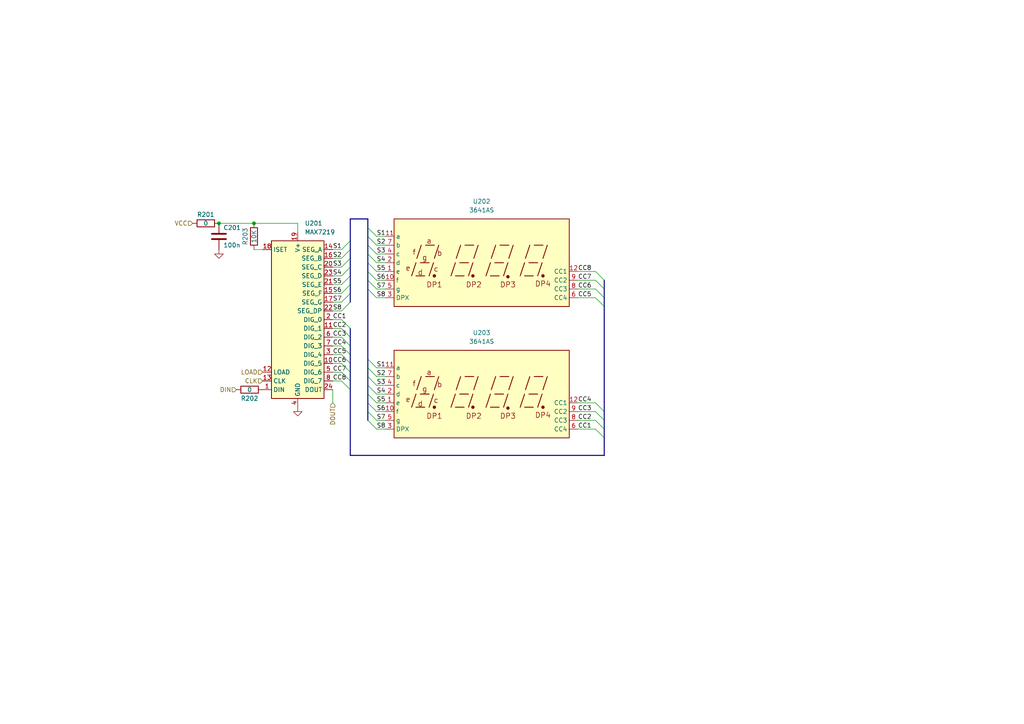
<source format=kicad_sch>
(kicad_sch (version 20211123) (generator eeschema)
  (paper "A4")
  (title_block (title "DZF-6020-UV-power-addon / UI board") (date "2024-09-10") (rev "1.0"))
  (lib_symbols
    (symbol "Device:C" (pin_numbers hide) (pin_names (offset 0.254))
      (property "Reference" "C" (at 0.635 2.54 0))
      (property "Value" "C" (at 0.635 -2.54 0))
      (symbol "C_0_1"
        (polyline (pts (xy -2.032 -0.762) (xy 2.032 -0.762)) (stroke (width 0.508)))
        (polyline (pts (xy -2.032 0.762) (xy 2.032 0.762)) (stroke (width 0.508)))
      )
      (symbol "C_1_1"
        (pin passive line (at 0 3.81 270) (length 2.794) (name "~") (number "1"))
        (pin passive line (at 0 -3.81 90) (length 2.794) (name "~") (number "2"))
      )
    )
    (symbol "Device:R" (pin_numbers hide) (pin_names (offset 0))
      (property "Reference" "R" (at 2.032 0 90))
      (property "Value" "R" (at 0 0 90))
      (symbol "R_0_1"
        (rectangle (start -1.016 -2.54) (end 1.016 2.54) (stroke (width 0.254)))
      )
      (symbol "R_1_1"
        (pin passive line (at 0 3.81 270) (length 1.27) (name "~") (number "1"))
        (pin passive line (at 0 -3.81 90) (length 1.27) (name "~") (number "2"))
      )
    )
    (symbol "Display_Character:CC56-12EWA"
      (property "Reference" "U" (at -24.13 13.97 0))
      (property "Value" "CC56-12EWA" (at 19.05 13.97 0))
      (symbol "CC56-12EWA_0_0"
        (rectangle (start -25.4 12.7) (end 25.4 -12.7) (stroke (width 0.254)) (fill (type background)))
        (polyline (pts (xy -20.32 -3.81) (xy -19.05 0)) (stroke (width 0.254)))
        (polyline (pts (xy -19.05 -3.81) (xy -16.51 -3.81)) (stroke (width 0.254)))
        (polyline (pts (xy -18.796 1.27) (xy -17.526 5.08)) (stroke (width 0.254)))
        (polyline (pts (xy -17.78 0) (xy -15.24 0)) (stroke (width 0.254)))
        (polyline (pts (xy -16.256 5.08) (xy -13.716 5.08)) (stroke (width 0.254)))
        (polyline (pts (xy -15.24 -3.81) (xy -13.97 0)) (stroke (width 0.254)))
        (polyline (pts (xy -13.716 1.27) (xy -12.446 5.08)) (stroke (width 0.254)))
        (polyline (pts (xy -8.89 -3.81) (xy -7.62 0)) (stroke (width 0.254)))
        (polyline (pts (xy -7.62 -3.81) (xy -5.08 -3.81)) (stroke (width 0.254)))
        (polyline (pts (xy -7.366 1.27) (xy -6.096 5.08)) (stroke (width 0.254)))
        (polyline (pts (xy -6.35 0) (xy -3.81 0)) (stroke (width 0.254)))
        (polyline (pts (xy -4.826 5.08) (xy -2.286 5.08)) (stroke (width 0.254)))
        (polyline (pts (xy -3.81 -3.81) (xy -2.54 0)) (stroke (width 0.254)))
        (polyline (pts (xy -2.286 1.27) (xy -1.016 5.08)) (stroke (width 0.254)))
        (polyline (pts (xy 1.27 -3.81) (xy 2.54 0)) (stroke (width 0.254)))
        (polyline (pts (xy 2.54 -3.81) (xy 5.08 -3.81)) (stroke (width 0.254)))
        (polyline (pts (xy 2.794 1.27) (xy 4.064 5.08)) (stroke (width 0.254)))
        (polyline (pts (xy 3.81 0) (xy 6.35 0)) (stroke (width 0.254)))
        (polyline (pts (xy 5.334 5.08) (xy 7.874 5.08)) (stroke (width 0.254)))
        (polyline (pts (xy 6.35 -3.81) (xy 7.62 0)) (stroke (width 0.254)))
        (polyline (pts (xy 7.874 1.27) (xy 9.144 5.08)) (stroke (width 0.254)))
        (polyline (pts (xy 11.176 -3.81) (xy 12.446 0)) (stroke (width 0.254)))
        (polyline (pts (xy 12.446 -3.81) (xy 14.986 -3.81)) (stroke (width 0.254)))
        (polyline (pts (xy 12.7 1.27) (xy 13.97 5.08)) (stroke (width 0.254)))
        (polyline (pts (xy 13.716 0) (xy 16.256 0)) (stroke (width 0.254)))
        (polyline (pts (xy 15.24 5.08) (xy 17.78 5.08)) (stroke (width 0.254)))
        (polyline (pts (xy 16.256 -3.81) (xy 17.526 0)) (stroke (width 0.254)))
        (polyline (pts (xy 17.78 1.27) (xy 19.05 5.08)) (stroke (width 0.254)))
        (text "a" (at -15.24 6.35 0) (effects (font (size 1.524 1.524))))
        (text "b" (at -12.192 2.794 0) (effects (font (size 1.524 1.524))))
        (text "c" (at -13.208 -1.778 0) (effects (font (size 1.524 1.524))))
        (text "d" (at -17.78 -2.794 0) (effects (font (size 1.524 1.524))))
        (text "DP1" (at -13.716 -6.35 0) (effects (font (size 1.524 1.524))))
        (text "DP2" (at -2.286 -6.35 0) (effects (font (size 1.524 1.524))))
        (text "DP3" (at 7.62 -6.35 0) (effects (font (size 1.524 1.524))))
        (text "DP4" (at 17.78 -6.096 0) (effects (font (size 1.524 1.524))))
        (text "e" (at -21.336 -1.524 0) (effects (font (size 1.524 1.524))))
        (text "f" (at -19.558 3.048 0) (effects (font (size 1.524 1.524))))
        (text "g" (at -16.51 1.524 0) (effects (font (size 1.524 1.524))))
      )
      (symbol "CC56-12EWA_0_1"
        (circle (center -13.716 -3.81) (radius 0.3556) (stroke (width 0.254)) (fill (type outline)))
        (circle (center -2.54 -3.81) (radius 0.3556) (stroke (width 0.254)) (fill (type outline)))
      )
      (symbol "CC56-12EWA_1_0"
        (circle (center 7.62 -4.064) (radius 0.3556) (stroke (width 0.254)) (fill (type outline)))
        (circle (center 17.78 -3.81) (radius 0.3556) (stroke (width 0.254)) (fill (type outline)))
      )
      (symbol "CC56-12EWA_1_1"
        (pin input line (at -27.94 -2.54 0) (length 2.54) (name "e") (number "1"))
        (pin input line (at -27.94 -5.08 0) (length 2.54) (name "f") (number "10"))
        (pin input line (at -27.94 7.62 0) (length 2.54) (name "a") (number "11"))
        (pin input line (at 27.94 -2.54 180) (length 2.54) (name "CC1") (number "12"))
        (pin input line (at -27.94 0 0) (length 2.54) (name "d") (number "2"))
        (pin input line (at -27.94 -10.16 0) (length 2.54) (name "DPX") (number "3"))
        (pin input line (at -27.94 2.54 0) (length 2.54) (name "c") (number "4"))
        (pin input line (at -27.94 -7.62 0) (length 2.54) (name "g") (number "5"))
        (pin input line (at 27.94 -10.16 180) (length 2.54) (name "CC4") (number "6"))
        (pin input line (at -27.94 5.08 0) (length 2.54) (name "b") (number "7"))
        (pin input line (at 27.94 -7.62 180) (length 2.54) (name "CC3") (number "8"))
        (pin input line (at 27.94 -5.08 180) (length 2.54) (name "CC2") (number "9"))
      )
    )
    (symbol "Driver_LED:MAX7219"
      (property "Reference" "U" (at -6.35 24.13 0))
      (property "Value" "MAX7219" (at 1.27 25.4 0))
      (symbol "MAX7219_0_1"
        (rectangle (start -7.62 22.86) (end 7.62 -22.86) (stroke (width 0.254)) (fill (type background)))
      )
      (symbol "MAX7219_1_1"
        (pin input line (at -10.16 -20.32 0) (length 2.54) (name "DIN") (number "1"))
        (pin output line (at 10.16 -12.7 180) (length 2.54) (name "DIG_5") (number "10"))
        (pin output line (at 10.16 -2.54 180) (length 2.54) (name "DIG_1") (number "11"))
        (pin input line (at -10.16 -15.24 0) (length 2.54) (name "LOAD") (number "12"))
        (pin input line (at -10.16 -17.78 0) (length 2.54) (name "CLK") (number "13"))
        (pin output line (at 10.16 20.32 180) (length 2.54) (name "SEG_A") (number "14"))
        (pin output line (at 10.16 7.62 180) (length 2.54) (name "SEG_F") (number "15"))
        (pin output line (at 10.16 17.78 180) (length 2.54) (name "SEG_B") (number "16"))
        (pin output line (at 10.16 5.08 180) (length 2.54) (name "SEG_G") (number "17"))
        (pin input line (at -10.16 20.32 0) (length 2.54) (name "ISET") (number "18"))
        (pin power_in line (at 0 25.4 270) (length 2.54) (name "V+") (number "19"))
        (pin output line (at 10.16 0 180) (length 2.54) (name "DIG_0") (number "2"))
        (pin output line (at 10.16 15.24 180) (length 2.54) (name "SEG_C") (number "20"))
        (pin output line (at 10.16 10.16 180) (length 2.54) (name "SEG_E") (number "21"))
        (pin output line (at 10.16 2.54 180) (length 2.54) (name "SEG_DP") (number "22"))
        (pin output line (at 10.16 12.7 180) (length 2.54) (name "SEG_D") (number "23"))
        (pin output line (at 10.16 -20.32 180) (length 2.54) (name "DOUT") (number "24"))
        (pin output line (at 10.16 -10.16 180) (length 2.54) (name "DIG_4") (number "3"))
        (pin power_in line (at 0 -25.4 90) (length 2.54) (name "GND") (number "4"))
        (pin output line (at 10.16 -15.24 180) (length 2.54) (name "DIG_6") (number "5"))
        (pin output line (at 10.16 -5.08 180) (length 2.54) (name "DIG_2") (number "6"))
        (pin output line (at 10.16 -7.62 180) (length 2.54) (name "DIG_3") (number "7"))
        (pin output line (at 10.16 -17.78 180) (length 2.54) (name "DIG_7") (number "8"))
        (pin passive line (at 0 -25.4 90) (length 2.54) hide (name "GND") (number "9"))
      )
    )
    (symbol "power:GND" (power) (pin_numbers hide) (pin_names (offset 0) hide)
      (property "Value" "GND" (at 0 -3.81 0))
      (symbol "GND_0_1"
        (polyline (pts (xy 0 0) (xy 0 -1.27) (xy 1.27 -1.27) (xy 0 -2.54) (xy -1.27 -1.27) (xy 0 -1.27)))
      )
      (symbol "GND_1_1"
        (pin power_in line (at 0 0 270) (length 0) hide (name "GND") (number "1"))
      )
    )
  )
  (junction (at 73.66 64.77))
  (junction (at 63.5 64.77))
  (bus_entry (at 109.22 121.92) (size -2.54 -2.54))
  (bus_entry (at 99.06 95.25) (size 2.54 2.54))
  (bus_entry (at 172.72 119.38) (size 2.54 2.54))
  (bus_entry (at 109.22 119.38) (size -2.54 -2.54))
  (bus_entry (at 99.06 92.71) (size 2.54 2.54))
  (bus_entry (at 172.72 81.28) (size 2.54 2.54))
  (bus_entry (at 109.22 76.2) (size -2.54 -2.54))
  (bus_entry (at 99.06 110.49) (size 2.54 2.54))
  (bus_entry (at 109.22 111.76) (size -2.54 -2.54))
  (bus_entry (at 172.72 121.92) (size 2.54 2.54))
  (bus_entry (at 109.22 114.3) (size -2.54 -2.54))
  (bus_entry (at 109.22 106.68) (size -2.54 -2.54))
  (bus_entry (at 101.6 82.55) (size -2.54 2.54))
  (bus_entry (at 172.72 83.82) (size 2.54 2.54))
  (bus_entry (at 109.22 116.84) (size -2.54 -2.54))
  (bus_entry (at 99.06 105.41) (size 2.54 2.54))
  (bus_entry (at 109.22 86.36) (size -2.54 -2.54))
  (bus_entry (at 99.06 102.87) (size 2.54 2.54))
  (bus_entry (at 99.06 97.79) (size 2.54 2.54))
  (bus_entry (at 172.72 78.74) (size 2.54 2.54))
  (bus_entry (at 101.6 69.85) (size -2.54 2.54))
  (bus_entry (at 101.6 72.39) (size -2.54 2.54))
  (bus_entry (at 172.72 124.46) (size 2.54 2.54))
  (bus_entry (at 109.22 109.22) (size -2.54 -2.54))
  (bus_entry (at 109.22 73.66) (size -2.54 -2.54))
  (bus_entry (at 101.6 77.47) (size -2.54 2.54))
  (bus_entry (at 172.72 86.36) (size 2.54 2.54))
  (bus_entry (at 109.22 78.74) (size -2.54 -2.54))
  (bus_entry (at 109.22 71.12) (size -2.54 -2.54))
  (bus_entry (at 109.22 124.46) (size -2.54 -2.54))
  (bus_entry (at 109.22 81.28) (size -2.54 -2.54))
  (bus_entry (at 99.06 100.33) (size 2.54 2.54))
  (bus_entry (at 99.06 107.95) (size 2.54 2.54))
  (bus_entry (at 101.6 85.09) (size -2.54 2.54))
  (bus_entry (at 101.6 74.93) (size -2.54 2.54))
  (bus_entry (at 109.22 83.82) (size -2.54 -2.54))
  (bus_entry (at 101.6 80.01) (size -2.54 2.54))
  (bus_entry (at 101.6 87.63) (size -2.54 2.54))
  (bus_entry (at 172.72 116.84) (size 2.54 2.54))
  (bus_entry (at 109.22 68.58) (size -2.54 -2.54))
  (bus (pts (xy 106.68 68.58) (xy 106.68 71.12)))
  (wire (pts (xy 109.22 78.74) (xy 111.76 78.74)))
  (wire (pts (xy 96.52 85.09) (xy 99.06 85.09)))
  (bus (pts (xy 106.68 116.84) (xy 106.68 119.38)))
  (wire (pts (xy 96.52 113.03) (xy 96.52 116.84)))
  (wire (pts (xy 109.22 71.12) (xy 111.76 71.12)))
  (bus (pts (xy 175.26 119.38) (xy 175.26 121.92)))
  (bus (pts (xy 101.6 85.09) (xy 101.6 82.55)))
  (wire (pts (xy 73.66 72.39) (xy 76.2 72.39)))
  (wire (pts (xy 109.22 73.66) (xy 111.76 73.66)))
  (bus (pts (xy 101.6 87.63) (xy 101.6 85.09)))
  (wire (pts (xy 96.52 102.87) (xy 99.06 102.87)))
  (wire (pts (xy 96.52 95.25) (xy 99.06 95.25)))
  (wire (pts (xy 96.52 107.95) (xy 99.06 107.95)))
  (bus (pts (xy 101.6 97.79) (xy 101.6 100.33)))
  (wire (pts (xy 96.52 92.71) (xy 99.06 92.71)))
  (wire (pts (xy 109.22 76.2) (xy 111.76 76.2)))
  (bus (pts (xy 175.26 124.46) (xy 175.26 127)))
  (wire (pts (xy 109.22 86.36) (xy 111.76 86.36)))
  (bus (pts (xy 101.6 63.5) (xy 106.68 63.5)))
  (bus (pts (xy 106.68 63.5) (xy 106.68 66.04)))
  (wire (pts (xy 109.22 83.82) (xy 111.76 83.82)))
  (wire (pts (xy 63.5 64.77) (xy 73.66 64.77)))
  (bus (pts (xy 101.6 107.95) (xy 101.6 110.49)))
  (bus (pts (xy 101.6 100.33) (xy 101.6 102.87)))
  (bus (pts (xy 101.6 102.87) (xy 101.6 105.41)))
  (wire (pts (xy 109.22 81.28) (xy 111.76 81.28)))
  (wire (pts (xy 86.36 64.77) (xy 86.36 67.31)))
  (bus (pts (xy 106.68 83.82) (xy 106.68 104.14)))
  (wire (pts (xy 167.64 124.46) (xy 172.72 124.46)))
  (bus (pts (xy 101.6 80.01) (xy 101.6 77.47)))
  (bus (pts (xy 101.6 82.55) (xy 101.6 80.01)))
  (bus (pts (xy 106.68 109.22) (xy 106.68 111.76)))
  (bus (pts (xy 106.68 71.12) (xy 106.68 73.66)))
  (wire (pts (xy 96.52 72.39) (xy 99.06 72.39)))
  (bus (pts (xy 106.68 78.74) (xy 106.68 81.28)))
  (wire (pts (xy 109.22 106.68) (xy 111.76 106.68)))
  (bus (pts (xy 175.26 81.28) (xy 175.26 83.82)))
  (wire (pts (xy 96.52 87.63) (xy 99.06 87.63)))
  (wire (pts (xy 109.22 119.38) (xy 111.76 119.38)))
  (bus (pts (xy 101.6 74.93) (xy 101.6 72.39)))
  (wire (pts (xy 96.52 110.49) (xy 99.06 110.49)))
  (bus (pts (xy 106.68 111.76) (xy 106.68 114.3)))
  (wire (pts (xy 96.52 80.01) (xy 99.06 80.01)))
  (wire (pts (xy 96.52 97.79) (xy 99.06 97.79)))
  (bus (pts (xy 101.6 95.25) (xy 101.6 97.79)))
  (wire (pts (xy 167.64 119.38) (xy 172.72 119.38)))
  (bus (pts (xy 106.68 104.14) (xy 106.68 106.68)))
  (wire (pts (xy 167.64 116.84) (xy 172.72 116.84)))
  (bus (pts (xy 106.68 106.68) (xy 106.68 109.22)))
  (bus (pts (xy 101.6 77.47) (xy 101.6 74.93)))
  (bus (pts (xy 106.68 73.66) (xy 106.68 76.2)))
  (wire (pts (xy 167.64 121.92) (xy 172.72 121.92)))
  (bus (pts (xy 101.6 72.39) (xy 101.6 69.85)))
  (wire (pts (xy 167.64 83.82) (xy 172.72 83.82)))
  (wire (pts (xy 109.22 124.46) (xy 111.76 124.46)))
  (bus (pts (xy 106.68 119.38) (xy 106.68 121.92)))
  (bus (pts (xy 106.68 114.3) (xy 106.68 116.84)))
  (wire (pts (xy 96.52 74.93) (xy 99.06 74.93)))
  (wire (pts (xy 109.22 114.3) (xy 111.76 114.3)))
  (wire (pts (xy 109.22 109.22) (xy 111.76 109.22)))
  (bus (pts (xy 175.26 121.92) (xy 175.26 124.46)))
  (wire (pts (xy 96.52 82.55) (xy 99.06 82.55)))
  (wire (pts (xy 167.64 86.36) (xy 172.72 86.36)))
  (wire (pts (xy 109.22 116.84) (xy 111.76 116.84)))
  (bus (pts (xy 101.6 69.85) (xy 101.6 63.5)))
  (wire (pts (xy 96.52 90.17) (xy 99.06 90.17)))
  (bus (pts (xy 175.26 83.82) (xy 175.26 86.36)))
  (wire (pts (xy 167.64 81.28) (xy 172.72 81.28)))
  (wire (pts (xy 96.52 100.33) (xy 99.06 100.33)))
  (wire (pts (xy 109.22 68.58) (xy 111.76 68.58)))
  (bus (pts (xy 101.6 110.49) (xy 101.6 113.03)))
  (bus (pts (xy 106.68 66.04) (xy 106.68 68.58)))
  (wire (pts (xy 109.22 111.76) (xy 111.76 111.76)))
  (wire (pts (xy 96.52 105.41) (xy 99.06 105.41)))
  (wire (pts (xy 96.52 77.47) (xy 99.06 77.47)))
  (wire (pts (xy 109.22 121.92) (xy 111.76 121.92)))
  (wire (pts (xy 167.64 78.74) (xy 172.72 78.74)))
  (bus (pts (xy 101.6 113.03) (xy 101.6 132.08)))
  (bus (pts (xy 106.68 81.28) (xy 106.68 83.82)))
  (bus (pts (xy 175.26 132.08) (xy 101.6 132.08)))
  (bus (pts (xy 175.26 88.9) (xy 175.26 119.38)))
  (bus (pts (xy 175.26 127) (xy 175.26 132.08)))
  (wire (pts (xy 73.66 64.77) (xy 86.36 64.77)))
  (bus (pts (xy 175.26 86.36) (xy 175.26 88.9)))
  (bus (pts (xy 101.6 105.41) (xy 101.6 107.95)))
  (bus (pts (xy 106.68 76.2) (xy 106.68 78.74)))
  (label "CC4" (at 96.52 100.33 0))
  (label "S4" (at 109.22 114.3 0))
  (label "S8" (at 109.22 124.46 0))
  (label "S6" (at 109.22 119.38 0))
  (label "S4" (at 96.52 80.01 0))
  (label "S7" (at 109.22 83.82 0))
  (label "CC3" (at 167.64 119.38 0))
  (label "CC6" (at 96.52 105.41 0))
  (label "S6" (at 109.22 81.28 0))
  (label "S2" (at 109.22 109.22 0))
  (label "CC1" (at 96.52 92.71 0))
  (label "S3" (at 109.22 73.66 0))
  (label "S5" (at 109.22 116.84 0))
  (label "CC1" (at 167.64 124.46 0))
  (label "S6" (at 96.52 85.09 0))
  (label "CC8" (at 167.64 78.74 0))
  (label "S5" (at 96.52 82.55 0))
  (label "CC4" (at 167.64 116.84 0))
  (label "CC5" (at 167.64 86.36 0))
  (label "CC7" (at 167.64 81.28 0))
  (label "S2" (at 109.22 71.12 0))
  (label "S8" (at 109.22 86.36 0))
  (label "S8" (at 96.52 90.17 0))
  (label "CC3" (at 96.52 97.79 0))
  (label "CC7" (at 96.52 107.95 0))
  (label "S3" (at 96.52 77.47 0))
  (label "CC2" (at 96.52 95.25 0))
  (label "S2" (at 96.52 74.93 0))
  (label "CC5" (at 96.52 102.87 0))
  (label "S1" (at 109.22 106.68 0))
  (label "S5" (at 109.22 78.74 0))
  (label "S3" (at 109.22 111.76 0))
  (label "S7" (at 109.22 121.92 0))
  (label "S4" (at 109.22 76.2 0))
  (label "S1" (at 109.22 68.58 0))
  (label "S7" (at 96.52 87.63 0))
  (label "CC2" (at 167.64 121.92 0))
  (label "CC8" (at 96.52 110.49 0))
  (label "CC6" (at 167.64 83.82 0))
  (label "S1" (at 96.52 72.39 0))
  (hierarchical_label "VCC" (shape input) (at 55.88 64.77 180))
  (hierarchical_label "DOUT" (shape input) (at 96.52 116.84 270))
  (hierarchical_label "DIN" (shape input) (at 68.58 113.03 180))
  (hierarchical_label "CLK" (shape input) (at 76.2 110.49 180))
  (hierarchical_label "LOAD" (shape input) (at 76.2 107.95 180))
  (symbol (lib_id "Display_Character:CC56-12EWA") (at 139.7 114.3 0) (unit 1)
    (property "Reference" "U203" (at 139.7 96.52 0))
    (property "Value" "3641AS" (at 139.7 99.06 0))
    (property "Footprint" "-local:3641AS" (effects hide))
    (property "Datasheet" "http://www.xlitx.com/datasheet/3641AS.pdf" (effects hide))
  )
  (symbol (lib_id "Device:C") (at 63.5 68.58 0) (unit 1)
    (property "Reference" "C201" (at 64.77 66.04 0) (effects (justify left)))
    (property "Value" "100n" (at 64.77 71.12 0) (effects (justify left)))
    (property "Footprint" "Capacitor_SMD:C_0805_2012Metric_Pad1.18x1.45mm_HandSolder" (effects hide))
    (property "lcsc#" "C476766" (effects hide))
  )
  (symbol (lib_id "Device:R") (at 72.39 113.03 90) (unit 1)
    (property "Reference" "R202" (at 72.39 115.57 90))
    (property "Value" "0" (at 72.39 113.03 90))
    (property "Footprint" "Resistor_SMD:R_0805_2012Metric_Pad1.20x1.40mm_HandSolder" (effects hide))
  )
  (symbol (lib_id "power:GND") (at 86.36 118.11 0) (unit 1)
    (property "Reference" "#PWR0202" (effects hide))
    (property "Value" "GND" (effects hide))
  )
  (symbol (lib_id "power:GND") (at 63.5 72.39 0) (unit 1)
    (property "Reference" "#PWR0201" (effects hide))
    (property "Value" "GND" (effects hide))
  )
  (symbol (lib_id "Driver_LED:MAX7219") (at 86.36 92.71 0) (unit 1)
    (property "Reference" "U201" (at 88.3794 64.77 0) (effects (justify left)))
    (property "Value" "MAX7219" (at 88.3794 67.31 0) (effects (justify left)))
    (property "Footprint" "Package_SO:SOIC-24W_7.5x15.4mm_P1.27mm" (effects hide))
    (property "Datasheet" "https://datasheets.maximintegrated.com/en/ds/MAX7219-MAX7221.pdf" (effects hide))
  )
  (symbol (lib_id "Display_Character:CC56-12EWA") (at 139.7 76.2 0) (unit 1)
    (property "Reference" "U202" (at 139.7 58.42 0))
    (property "Value" "3641AS" (at 139.7 60.96 0))
    (property "Footprint" "-local:3641AS" (effects hide))
    (property "Datasheet" "http://www.xlitx.com/datasheet/3641AS.pdf" (effects hide))
  )
  (symbol (lib_id "Device:R") (at 73.66 68.58 180) (unit 1)
    (property "Reference" "R203" (at 71.12 68.58 90))
    (property "Value" "10K" (at 73.66 68.58 90))
    (property "Footprint" "Resistor_SMD:R_0805_2012Metric_Pad1.20x1.40mm_HandSolder" (effects hide))
  )
  (symbol (lib_id "Device:R") (at 59.69 64.77 90) (unit 1)
    (property "Reference" "R201" (at 59.69 62.23 90))
    (property "Value" "0" (at 59.69 64.77 90))
    (property "Footprint" "Resistor_SMD:R_0805_2012Metric_Pad1.20x1.40mm_HandSolder" (effects hide))
  )
)
</source>
